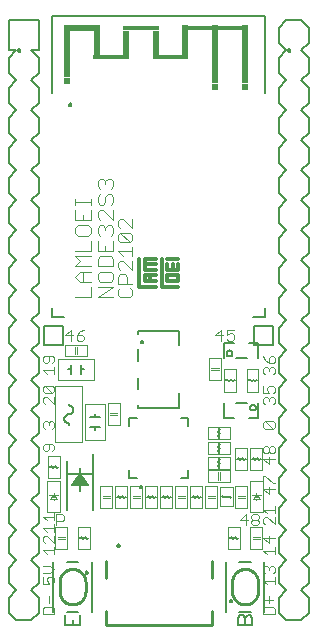
<source format=gto>
G75*
%MOIN*%
%OFA0B0*%
%FSLAX25Y25*%
%IPPOS*%
%LPD*%
%AMOC8*
5,1,8,0,0,1.08239X$1,22.5*
%
%ADD10C,0.00300*%
%ADD11C,0.00400*%
%ADD12C,0.00700*%
%ADD13C,0.00787*%
%ADD14C,0.00800*%
%ADD15C,0.01000*%
%ADD16C,0.00500*%
%ADD17C,0.00100*%
%ADD18C,0.00394*%
%ADD19C,0.00600*%
%ADD20C,0.01200*%
%ADD21R,0.02117X0.17521*%
%ADD22R,0.11867X0.01867*%
%ADD23R,0.02062X0.09639*%
%ADD24R,0.11874X0.01831*%
%ADD25R,0.02025X0.09616*%
%ADD26R,0.11856X0.01752*%
%ADD27R,0.01978X0.09612*%
%ADD28R,0.11822X0.01704*%
%ADD29R,0.01923X0.09572*%
%ADD30R,0.21593X0.01805*%
%ADD31R,0.01867X0.19540*%
%ADD32R,0.01900X0.19531*%
%ADD33R,0.01878X0.01846*%
%ADD34R,0.01913X0.01851*%
%ADD35R,0.02056X0.01859*%
%ADD36R,0.01931X0.05650*%
D10*
X0015697Y0007209D02*
X0015697Y0009060D01*
X0016314Y0009677D01*
X0018783Y0009677D01*
X0019400Y0009060D01*
X0019400Y0007209D01*
X0015697Y0007209D01*
X0017548Y0010892D02*
X0017548Y0013361D01*
X0017548Y0017209D02*
X0015697Y0017209D01*
X0015697Y0019677D01*
X0015697Y0020892D02*
X0018166Y0020892D01*
X0019400Y0022126D01*
X0018166Y0023361D01*
X0015697Y0023361D01*
X0016931Y0027209D02*
X0015697Y0028443D01*
X0019400Y0028443D01*
X0019400Y0027209D02*
X0019400Y0029677D01*
X0019400Y0030892D02*
X0016931Y0033361D01*
X0016314Y0033361D01*
X0015697Y0032743D01*
X0015697Y0031509D01*
X0016314Y0030892D01*
X0019400Y0030892D02*
X0019400Y0033361D01*
X0019400Y0034709D02*
X0019400Y0037177D01*
X0020142Y0036825D02*
X0020142Y0040528D01*
X0021993Y0040528D01*
X0022611Y0039911D01*
X0022611Y0038677D01*
X0021993Y0038059D01*
X0020142Y0038059D01*
X0019400Y0038392D02*
X0019400Y0040861D01*
X0019400Y0039626D02*
X0015697Y0039626D01*
X0016931Y0038392D01*
X0015697Y0035943D02*
X0019400Y0035943D01*
X0016931Y0034709D02*
X0015697Y0035943D01*
X0017548Y0019677D02*
X0016931Y0019060D01*
X0016931Y0018443D01*
X0017548Y0017209D01*
X0018783Y0017209D02*
X0019400Y0017826D01*
X0019400Y0019060D01*
X0018783Y0019677D01*
X0017548Y0019677D01*
X0016931Y0061517D02*
X0017548Y0062134D01*
X0017548Y0063986D01*
X0016314Y0063986D02*
X0015697Y0063368D01*
X0015697Y0062134D01*
X0016314Y0061517D01*
X0016931Y0061517D01*
X0016314Y0063986D02*
X0018783Y0063986D01*
X0019400Y0063368D01*
X0019400Y0062134D01*
X0018783Y0061517D01*
X0018783Y0069017D02*
X0019400Y0069634D01*
X0019400Y0070868D01*
X0018783Y0071486D01*
X0018166Y0071486D01*
X0017548Y0070868D01*
X0017548Y0070251D01*
X0017548Y0070868D02*
X0016931Y0071486D01*
X0016314Y0071486D01*
X0015697Y0070868D01*
X0015697Y0069634D01*
X0016314Y0069017D01*
X0016314Y0077209D02*
X0015697Y0077826D01*
X0015697Y0079060D01*
X0016314Y0079677D01*
X0016931Y0079677D01*
X0019400Y0077209D01*
X0019400Y0079677D01*
X0018783Y0080892D02*
X0016314Y0083361D01*
X0018783Y0083361D01*
X0019400Y0082743D01*
X0019400Y0081509D01*
X0018783Y0080892D01*
X0016314Y0080892D01*
X0015697Y0081509D01*
X0015697Y0082743D01*
X0016314Y0083361D01*
X0016931Y0087209D02*
X0015697Y0088443D01*
X0019400Y0088443D01*
X0019400Y0087209D02*
X0019400Y0089677D01*
X0018783Y0090892D02*
X0019400Y0091509D01*
X0019400Y0092743D01*
X0018783Y0093361D01*
X0016314Y0093361D01*
X0015697Y0092743D01*
X0015697Y0091509D01*
X0016314Y0090892D01*
X0016931Y0090892D01*
X0017548Y0091509D01*
X0017548Y0093361D01*
X0023200Y0100177D02*
X0025669Y0100177D01*
X0026883Y0100177D02*
X0028735Y0100177D01*
X0029352Y0099559D01*
X0029352Y0098942D01*
X0028735Y0098325D01*
X0027500Y0098325D01*
X0026883Y0098942D01*
X0026883Y0100177D01*
X0028118Y0101411D01*
X0029352Y0102028D01*
X0025052Y0102028D02*
X0025052Y0098325D01*
X0023200Y0100177D02*
X0025052Y0102028D01*
X0073200Y0100177D02*
X0075669Y0100177D01*
X0076883Y0100177D02*
X0076883Y0102028D01*
X0079352Y0102028D01*
X0078735Y0100794D02*
X0079352Y0100177D01*
X0079352Y0098942D01*
X0078735Y0098325D01*
X0077500Y0098325D01*
X0076883Y0098942D01*
X0076883Y0100177D02*
X0078118Y0100794D01*
X0078735Y0100794D01*
X0075052Y0102028D02*
X0075052Y0098325D01*
X0073200Y0100177D02*
X0075052Y0102028D01*
X0089197Y0093227D02*
X0089814Y0091993D01*
X0091048Y0090758D01*
X0091048Y0092610D01*
X0091666Y0093227D01*
X0092283Y0093227D01*
X0092900Y0092610D01*
X0092900Y0091375D01*
X0092283Y0090758D01*
X0091048Y0090758D01*
X0090431Y0089544D02*
X0089814Y0089544D01*
X0089197Y0088927D01*
X0089197Y0087692D01*
X0089814Y0087075D01*
X0091048Y0088309D02*
X0091048Y0088927D01*
X0091666Y0089544D01*
X0092283Y0089544D01*
X0092900Y0088927D01*
X0092900Y0087692D01*
X0092283Y0087075D01*
X0091048Y0088927D02*
X0090431Y0089544D01*
X0091048Y0083227D02*
X0092283Y0083227D01*
X0092900Y0082610D01*
X0092900Y0081375D01*
X0092283Y0080758D01*
X0092283Y0079544D02*
X0092900Y0078927D01*
X0092900Y0077692D01*
X0092283Y0077075D01*
X0091048Y0078309D02*
X0091048Y0078927D01*
X0091666Y0079544D01*
X0092283Y0079544D01*
X0091048Y0078927D02*
X0090431Y0079544D01*
X0089814Y0079544D01*
X0089197Y0078927D01*
X0089197Y0077692D01*
X0089814Y0077075D01*
X0089197Y0080758D02*
X0091048Y0080758D01*
X0090431Y0081993D01*
X0090431Y0082610D01*
X0091048Y0083227D01*
X0089197Y0083227D02*
X0089197Y0080758D01*
X0089814Y0071419D02*
X0092283Y0068950D01*
X0092900Y0069567D01*
X0092900Y0070802D01*
X0092283Y0071419D01*
X0089814Y0071419D01*
X0089197Y0070802D01*
X0089197Y0069567D01*
X0089814Y0068950D01*
X0092283Y0068950D01*
X0092283Y0063227D02*
X0092900Y0062610D01*
X0092900Y0061375D01*
X0092283Y0060758D01*
X0091666Y0060758D01*
X0091048Y0061375D01*
X0091048Y0062610D01*
X0091666Y0063227D01*
X0092283Y0063227D01*
X0091048Y0062610D02*
X0090431Y0063227D01*
X0089814Y0063227D01*
X0089197Y0062610D01*
X0089197Y0061375D01*
X0089814Y0060758D01*
X0090431Y0060758D01*
X0091048Y0061375D01*
X0091048Y0059544D02*
X0091048Y0057075D01*
X0089197Y0058927D01*
X0092900Y0058927D01*
X0089814Y0053227D02*
X0092283Y0050758D01*
X0092900Y0050758D01*
X0092900Y0048927D02*
X0089197Y0048927D01*
X0091048Y0047075D01*
X0091048Y0049544D01*
X0089197Y0050758D02*
X0089197Y0053227D01*
X0089814Y0053227D01*
X0092900Y0043227D02*
X0092900Y0040758D01*
X0092900Y0039544D02*
X0092900Y0037075D01*
X0090431Y0039544D01*
X0089814Y0039544D01*
X0089197Y0038927D01*
X0089197Y0037692D01*
X0089814Y0037075D01*
X0087611Y0037442D02*
X0086993Y0036825D01*
X0085759Y0036825D01*
X0085142Y0037442D01*
X0085142Y0038059D01*
X0085759Y0038677D01*
X0086993Y0038677D01*
X0087611Y0038059D01*
X0087611Y0037442D01*
X0086993Y0038677D02*
X0087611Y0039294D01*
X0087611Y0039911D01*
X0086993Y0040528D01*
X0085759Y0040528D01*
X0085142Y0039911D01*
X0085142Y0039294D01*
X0085759Y0038677D01*
X0083927Y0038677D02*
X0081459Y0038677D01*
X0083310Y0040528D01*
X0083310Y0036825D01*
X0089197Y0032610D02*
X0091048Y0030758D01*
X0091048Y0033227D01*
X0089197Y0032610D02*
X0092900Y0032610D01*
X0092900Y0029544D02*
X0092900Y0027075D01*
X0092900Y0028309D02*
X0089197Y0028309D01*
X0090431Y0027075D01*
X0090431Y0023227D02*
X0089814Y0023227D01*
X0089197Y0022610D01*
X0089197Y0021375D01*
X0089814Y0020758D01*
X0091048Y0021993D02*
X0091048Y0022610D01*
X0091666Y0023227D01*
X0092283Y0023227D01*
X0092900Y0022610D01*
X0092900Y0021375D01*
X0092283Y0020758D01*
X0092900Y0019544D02*
X0092900Y0017075D01*
X0092900Y0018309D02*
X0089197Y0018309D01*
X0090431Y0017075D01*
X0091048Y0013227D02*
X0091048Y0010758D01*
X0089814Y0009544D02*
X0089197Y0008927D01*
X0089197Y0007075D01*
X0092900Y0007075D01*
X0092900Y0008927D01*
X0092283Y0009544D01*
X0089814Y0009544D01*
X0089814Y0011993D02*
X0092283Y0011993D01*
X0091048Y0022610D02*
X0090431Y0023227D01*
X0090431Y0040758D02*
X0089197Y0041993D01*
X0092900Y0041993D01*
D11*
X0044583Y0112750D02*
X0045350Y0113517D01*
X0045350Y0115052D01*
X0044583Y0115819D01*
X0045350Y0117354D02*
X0040746Y0117354D01*
X0040746Y0119656D01*
X0041513Y0120423D01*
X0043048Y0120423D01*
X0043815Y0119656D01*
X0043815Y0117354D01*
X0041513Y0115819D02*
X0040746Y0115052D01*
X0040746Y0113517D01*
X0041513Y0112750D01*
X0044583Y0112750D01*
X0039100Y0112750D02*
X0033896Y0112750D01*
X0039100Y0116220D01*
X0033896Y0116220D01*
X0034763Y0117906D02*
X0033896Y0118774D01*
X0033896Y0120509D01*
X0034763Y0121376D01*
X0038233Y0121376D01*
X0039100Y0120509D01*
X0039100Y0118774D01*
X0038233Y0117906D01*
X0034763Y0117906D01*
X0033896Y0123063D02*
X0033896Y0125665D01*
X0034763Y0126532D01*
X0038233Y0126532D01*
X0039100Y0125665D01*
X0039100Y0123063D01*
X0033896Y0123063D01*
X0031600Y0123063D02*
X0026396Y0123063D01*
X0028130Y0124798D01*
X0026396Y0126532D01*
X0031600Y0126532D01*
X0031600Y0128219D02*
X0031600Y0131689D01*
X0030733Y0133376D02*
X0031600Y0134243D01*
X0031600Y0135978D01*
X0030733Y0136845D01*
X0027263Y0136845D01*
X0026396Y0135978D01*
X0026396Y0134243D01*
X0027263Y0133376D01*
X0030733Y0133376D01*
X0031600Y0138532D02*
X0031600Y0142002D01*
X0031600Y0143688D02*
X0031600Y0145423D01*
X0031600Y0144556D02*
X0026396Y0144556D01*
X0026396Y0145423D02*
X0026396Y0143688D01*
X0026396Y0142002D02*
X0026396Y0138532D01*
X0031600Y0138532D01*
X0033896Y0139399D02*
X0033896Y0141134D01*
X0034763Y0142002D01*
X0035630Y0142002D01*
X0039100Y0138532D01*
X0039100Y0142002D01*
X0038233Y0143688D02*
X0039100Y0144556D01*
X0039100Y0146291D01*
X0038233Y0147158D01*
X0037365Y0147158D01*
X0036498Y0146291D01*
X0036498Y0144556D01*
X0035630Y0143688D01*
X0034763Y0143688D01*
X0033896Y0144556D01*
X0033896Y0146291D01*
X0034763Y0147158D01*
X0034763Y0148845D02*
X0033896Y0149712D01*
X0033896Y0151447D01*
X0034763Y0152314D01*
X0035630Y0152314D01*
X0036498Y0151447D01*
X0037365Y0152314D01*
X0038233Y0152314D01*
X0039100Y0151447D01*
X0039100Y0149712D01*
X0038233Y0148845D01*
X0036498Y0150580D02*
X0036498Y0151447D01*
X0033896Y0139399D02*
X0034763Y0138532D01*
X0034763Y0136845D02*
X0035630Y0136845D01*
X0036498Y0135978D01*
X0037365Y0136845D01*
X0038233Y0136845D01*
X0039100Y0135978D01*
X0039100Y0134243D01*
X0038233Y0133376D01*
X0039100Y0131689D02*
X0039100Y0128219D01*
X0033896Y0128219D01*
X0033896Y0131689D01*
X0034763Y0133376D02*
X0033896Y0134243D01*
X0033896Y0135978D01*
X0034763Y0136845D01*
X0036498Y0135978D02*
X0036498Y0135110D01*
X0036498Y0129954D02*
X0036498Y0128219D01*
X0040746Y0128096D02*
X0045350Y0128096D01*
X0045350Y0126562D02*
X0045350Y0129631D01*
X0044583Y0131166D02*
X0041513Y0134235D01*
X0044583Y0134235D01*
X0045350Y0133468D01*
X0045350Y0131933D01*
X0044583Y0131166D01*
X0041513Y0131166D01*
X0040746Y0131933D01*
X0040746Y0133468D01*
X0041513Y0134235D01*
X0041513Y0135770D02*
X0040746Y0136537D01*
X0040746Y0138072D01*
X0041513Y0138839D01*
X0042281Y0138839D01*
X0045350Y0135770D01*
X0045350Y0138839D01*
X0040746Y0128096D02*
X0042281Y0126562D01*
X0042281Y0125027D02*
X0041513Y0125027D01*
X0040746Y0124260D01*
X0040746Y0122725D01*
X0041513Y0121958D01*
X0042281Y0125027D02*
X0045350Y0121958D01*
X0045350Y0125027D01*
X0031600Y0128219D02*
X0026396Y0128219D01*
X0028130Y0121376D02*
X0031600Y0121376D01*
X0031600Y0117906D02*
X0028130Y0117906D01*
X0026396Y0119641D01*
X0028130Y0121376D01*
X0028998Y0121376D02*
X0028998Y0117906D01*
X0031600Y0116220D02*
X0031600Y0112750D01*
X0026396Y0112750D01*
X0028998Y0138532D02*
X0028998Y0140267D01*
D12*
X0028012Y0006794D02*
X0028012Y0003525D01*
X0023108Y0003525D01*
X0023108Y0006794D01*
X0025560Y0005160D02*
X0025560Y0003525D01*
X0080608Y0003525D02*
X0080608Y0005977D01*
X0081426Y0006794D01*
X0082243Y0006794D01*
X0083060Y0005977D01*
X0083060Y0003525D01*
X0083060Y0005977D02*
X0083878Y0006794D01*
X0084695Y0006794D01*
X0085513Y0005977D01*
X0085513Y0003525D01*
X0080608Y0003525D01*
D13*
X0077932Y0011576D02*
X0077934Y0011615D01*
X0077940Y0011654D01*
X0077950Y0011692D01*
X0077963Y0011729D01*
X0077980Y0011764D01*
X0078000Y0011798D01*
X0078024Y0011829D01*
X0078051Y0011858D01*
X0078080Y0011884D01*
X0078112Y0011907D01*
X0078146Y0011927D01*
X0078182Y0011943D01*
X0078219Y0011955D01*
X0078258Y0011964D01*
X0078297Y0011969D01*
X0078336Y0011970D01*
X0078375Y0011967D01*
X0078414Y0011960D01*
X0078451Y0011949D01*
X0078488Y0011935D01*
X0078523Y0011917D01*
X0078556Y0011896D01*
X0078587Y0011871D01*
X0078615Y0011844D01*
X0078640Y0011814D01*
X0078662Y0011781D01*
X0078681Y0011747D01*
X0078696Y0011711D01*
X0078708Y0011673D01*
X0078716Y0011635D01*
X0078720Y0011596D01*
X0078720Y0011556D01*
X0078716Y0011517D01*
X0078708Y0011479D01*
X0078696Y0011441D01*
X0078681Y0011405D01*
X0078662Y0011371D01*
X0078640Y0011338D01*
X0078615Y0011308D01*
X0078587Y0011281D01*
X0078556Y0011256D01*
X0078523Y0011235D01*
X0078488Y0011217D01*
X0078451Y0011203D01*
X0078414Y0011192D01*
X0078375Y0011185D01*
X0078336Y0011182D01*
X0078297Y0011183D01*
X0078258Y0011188D01*
X0078219Y0011197D01*
X0078182Y0011209D01*
X0078146Y0011225D01*
X0078112Y0011245D01*
X0078080Y0011268D01*
X0078051Y0011294D01*
X0078024Y0011323D01*
X0078000Y0011354D01*
X0077980Y0011388D01*
X0077963Y0011423D01*
X0077950Y0011460D01*
X0077940Y0011498D01*
X0077934Y0011537D01*
X0077932Y0011576D01*
X0048000Y0049558D02*
X0048002Y0049597D01*
X0048008Y0049636D01*
X0048018Y0049674D01*
X0048031Y0049711D01*
X0048048Y0049746D01*
X0048068Y0049780D01*
X0048092Y0049811D01*
X0048119Y0049840D01*
X0048148Y0049866D01*
X0048180Y0049889D01*
X0048214Y0049909D01*
X0048250Y0049925D01*
X0048287Y0049937D01*
X0048326Y0049946D01*
X0048365Y0049951D01*
X0048404Y0049952D01*
X0048443Y0049949D01*
X0048482Y0049942D01*
X0048519Y0049931D01*
X0048556Y0049917D01*
X0048591Y0049899D01*
X0048624Y0049878D01*
X0048655Y0049853D01*
X0048683Y0049826D01*
X0048708Y0049796D01*
X0048730Y0049763D01*
X0048749Y0049729D01*
X0048764Y0049693D01*
X0048776Y0049655D01*
X0048784Y0049617D01*
X0048788Y0049578D01*
X0048788Y0049538D01*
X0048784Y0049499D01*
X0048776Y0049461D01*
X0048764Y0049423D01*
X0048749Y0049387D01*
X0048730Y0049353D01*
X0048708Y0049320D01*
X0048683Y0049290D01*
X0048655Y0049263D01*
X0048624Y0049238D01*
X0048591Y0049217D01*
X0048556Y0049199D01*
X0048519Y0049185D01*
X0048482Y0049174D01*
X0048443Y0049167D01*
X0048404Y0049164D01*
X0048365Y0049165D01*
X0048326Y0049170D01*
X0048287Y0049179D01*
X0048250Y0049191D01*
X0048214Y0049207D01*
X0048180Y0049227D01*
X0048148Y0049250D01*
X0048119Y0049276D01*
X0048092Y0049305D01*
X0048068Y0049336D01*
X0048048Y0049370D01*
X0048031Y0049405D01*
X0048018Y0049442D01*
X0048008Y0049480D01*
X0048002Y0049519D01*
X0048000Y0049558D01*
X0040520Y0030050D02*
X0040522Y0030089D01*
X0040528Y0030128D01*
X0040538Y0030166D01*
X0040551Y0030203D01*
X0040568Y0030238D01*
X0040588Y0030272D01*
X0040612Y0030303D01*
X0040639Y0030332D01*
X0040668Y0030358D01*
X0040700Y0030381D01*
X0040734Y0030401D01*
X0040770Y0030417D01*
X0040807Y0030429D01*
X0040846Y0030438D01*
X0040885Y0030443D01*
X0040924Y0030444D01*
X0040963Y0030441D01*
X0041002Y0030434D01*
X0041039Y0030423D01*
X0041076Y0030409D01*
X0041111Y0030391D01*
X0041144Y0030370D01*
X0041175Y0030345D01*
X0041203Y0030318D01*
X0041228Y0030288D01*
X0041250Y0030255D01*
X0041269Y0030221D01*
X0041284Y0030185D01*
X0041296Y0030147D01*
X0041304Y0030109D01*
X0041308Y0030070D01*
X0041308Y0030030D01*
X0041304Y0029991D01*
X0041296Y0029953D01*
X0041284Y0029915D01*
X0041269Y0029879D01*
X0041250Y0029845D01*
X0041228Y0029812D01*
X0041203Y0029782D01*
X0041175Y0029755D01*
X0041144Y0029730D01*
X0041111Y0029709D01*
X0041076Y0029691D01*
X0041039Y0029677D01*
X0041002Y0029666D01*
X0040963Y0029659D01*
X0040924Y0029656D01*
X0040885Y0029657D01*
X0040846Y0029662D01*
X0040807Y0029671D01*
X0040770Y0029683D01*
X0040734Y0029699D01*
X0040700Y0029719D01*
X0040668Y0029742D01*
X0040639Y0029768D01*
X0040612Y0029797D01*
X0040588Y0029828D01*
X0040568Y0029862D01*
X0040551Y0029897D01*
X0040538Y0029934D01*
X0040528Y0029972D01*
X0040522Y0030011D01*
X0040520Y0030050D01*
X0029880Y0021024D02*
X0029882Y0021063D01*
X0029888Y0021102D01*
X0029898Y0021140D01*
X0029911Y0021177D01*
X0029928Y0021212D01*
X0029948Y0021246D01*
X0029972Y0021277D01*
X0029999Y0021306D01*
X0030028Y0021332D01*
X0030060Y0021355D01*
X0030094Y0021375D01*
X0030130Y0021391D01*
X0030167Y0021403D01*
X0030206Y0021412D01*
X0030245Y0021417D01*
X0030284Y0021418D01*
X0030323Y0021415D01*
X0030362Y0021408D01*
X0030399Y0021397D01*
X0030436Y0021383D01*
X0030471Y0021365D01*
X0030504Y0021344D01*
X0030535Y0021319D01*
X0030563Y0021292D01*
X0030588Y0021262D01*
X0030610Y0021229D01*
X0030629Y0021195D01*
X0030644Y0021159D01*
X0030656Y0021121D01*
X0030664Y0021083D01*
X0030668Y0021044D01*
X0030668Y0021004D01*
X0030664Y0020965D01*
X0030656Y0020927D01*
X0030644Y0020889D01*
X0030629Y0020853D01*
X0030610Y0020819D01*
X0030588Y0020786D01*
X0030563Y0020756D01*
X0030535Y0020729D01*
X0030504Y0020704D01*
X0030471Y0020683D01*
X0030436Y0020665D01*
X0030399Y0020651D01*
X0030362Y0020640D01*
X0030323Y0020633D01*
X0030284Y0020630D01*
X0030245Y0020631D01*
X0030206Y0020636D01*
X0030167Y0020645D01*
X0030130Y0020657D01*
X0030094Y0020673D01*
X0030060Y0020693D01*
X0030028Y0020716D01*
X0029999Y0020742D01*
X0029972Y0020771D01*
X0029948Y0020802D01*
X0029928Y0020836D01*
X0029911Y0020871D01*
X0029898Y0020908D01*
X0029888Y0020946D01*
X0029882Y0020985D01*
X0029880Y0021024D01*
X0048296Y0097855D02*
X0048298Y0097894D01*
X0048304Y0097933D01*
X0048314Y0097971D01*
X0048327Y0098008D01*
X0048344Y0098043D01*
X0048364Y0098077D01*
X0048388Y0098108D01*
X0048415Y0098137D01*
X0048444Y0098163D01*
X0048476Y0098186D01*
X0048510Y0098206D01*
X0048546Y0098222D01*
X0048583Y0098234D01*
X0048622Y0098243D01*
X0048661Y0098248D01*
X0048700Y0098249D01*
X0048739Y0098246D01*
X0048778Y0098239D01*
X0048815Y0098228D01*
X0048852Y0098214D01*
X0048887Y0098196D01*
X0048920Y0098175D01*
X0048951Y0098150D01*
X0048979Y0098123D01*
X0049004Y0098093D01*
X0049026Y0098060D01*
X0049045Y0098026D01*
X0049060Y0097990D01*
X0049072Y0097952D01*
X0049080Y0097914D01*
X0049084Y0097875D01*
X0049084Y0097835D01*
X0049080Y0097796D01*
X0049072Y0097758D01*
X0049060Y0097720D01*
X0049045Y0097684D01*
X0049026Y0097650D01*
X0049004Y0097617D01*
X0048979Y0097587D01*
X0048951Y0097560D01*
X0048920Y0097535D01*
X0048887Y0097514D01*
X0048852Y0097496D01*
X0048815Y0097482D01*
X0048778Y0097471D01*
X0048739Y0097464D01*
X0048700Y0097461D01*
X0048661Y0097462D01*
X0048622Y0097467D01*
X0048583Y0097476D01*
X0048546Y0097488D01*
X0048510Y0097504D01*
X0048476Y0097524D01*
X0048444Y0097547D01*
X0048415Y0097573D01*
X0048388Y0097602D01*
X0048364Y0097633D01*
X0048344Y0097667D01*
X0048327Y0097702D01*
X0048314Y0097739D01*
X0048304Y0097777D01*
X0048298Y0097816D01*
X0048296Y0097855D01*
X0024378Y0177009D02*
X0024380Y0177048D01*
X0024386Y0177087D01*
X0024396Y0177125D01*
X0024409Y0177162D01*
X0024426Y0177197D01*
X0024446Y0177231D01*
X0024470Y0177262D01*
X0024497Y0177291D01*
X0024526Y0177317D01*
X0024558Y0177340D01*
X0024592Y0177360D01*
X0024628Y0177376D01*
X0024665Y0177388D01*
X0024704Y0177397D01*
X0024743Y0177402D01*
X0024782Y0177403D01*
X0024821Y0177400D01*
X0024860Y0177393D01*
X0024897Y0177382D01*
X0024934Y0177368D01*
X0024969Y0177350D01*
X0025002Y0177329D01*
X0025033Y0177304D01*
X0025061Y0177277D01*
X0025086Y0177247D01*
X0025108Y0177214D01*
X0025127Y0177180D01*
X0025142Y0177144D01*
X0025154Y0177106D01*
X0025162Y0177068D01*
X0025166Y0177029D01*
X0025166Y0176989D01*
X0025162Y0176950D01*
X0025154Y0176912D01*
X0025142Y0176874D01*
X0025127Y0176838D01*
X0025108Y0176804D01*
X0025086Y0176771D01*
X0025061Y0176741D01*
X0025033Y0176714D01*
X0025002Y0176689D01*
X0024969Y0176668D01*
X0024934Y0176650D01*
X0024897Y0176636D01*
X0024860Y0176625D01*
X0024821Y0176618D01*
X0024782Y0176615D01*
X0024743Y0176616D01*
X0024704Y0176621D01*
X0024665Y0176630D01*
X0024628Y0176642D01*
X0024592Y0176658D01*
X0024558Y0176678D01*
X0024526Y0176701D01*
X0024497Y0176727D01*
X0024470Y0176756D01*
X0024446Y0176787D01*
X0024426Y0176821D01*
X0024409Y0176856D01*
X0024396Y0176893D01*
X0024386Y0176931D01*
X0024380Y0176970D01*
X0024378Y0177009D01*
X0007343Y0195050D02*
X0007345Y0195089D01*
X0007351Y0195128D01*
X0007361Y0195166D01*
X0007374Y0195203D01*
X0007391Y0195238D01*
X0007411Y0195272D01*
X0007435Y0195303D01*
X0007462Y0195332D01*
X0007491Y0195358D01*
X0007523Y0195381D01*
X0007557Y0195401D01*
X0007593Y0195417D01*
X0007630Y0195429D01*
X0007669Y0195438D01*
X0007708Y0195443D01*
X0007747Y0195444D01*
X0007786Y0195441D01*
X0007825Y0195434D01*
X0007862Y0195423D01*
X0007899Y0195409D01*
X0007934Y0195391D01*
X0007967Y0195370D01*
X0007998Y0195345D01*
X0008026Y0195318D01*
X0008051Y0195288D01*
X0008073Y0195255D01*
X0008092Y0195221D01*
X0008107Y0195185D01*
X0008119Y0195147D01*
X0008127Y0195109D01*
X0008131Y0195070D01*
X0008131Y0195030D01*
X0008127Y0194991D01*
X0008119Y0194953D01*
X0008107Y0194915D01*
X0008092Y0194879D01*
X0008073Y0194845D01*
X0008051Y0194812D01*
X0008026Y0194782D01*
X0007998Y0194755D01*
X0007967Y0194730D01*
X0007934Y0194709D01*
X0007899Y0194691D01*
X0007862Y0194677D01*
X0007825Y0194666D01*
X0007786Y0194659D01*
X0007747Y0194656D01*
X0007708Y0194657D01*
X0007669Y0194662D01*
X0007630Y0194671D01*
X0007593Y0194683D01*
X0007557Y0194699D01*
X0007523Y0194719D01*
X0007491Y0194742D01*
X0007462Y0194768D01*
X0007435Y0194797D01*
X0007411Y0194828D01*
X0007391Y0194862D01*
X0007374Y0194897D01*
X0007361Y0194934D01*
X0007351Y0194972D01*
X0007345Y0195011D01*
X0007343Y0195050D01*
X0097343Y0195050D02*
X0097345Y0195089D01*
X0097351Y0195128D01*
X0097361Y0195166D01*
X0097374Y0195203D01*
X0097391Y0195238D01*
X0097411Y0195272D01*
X0097435Y0195303D01*
X0097462Y0195332D01*
X0097491Y0195358D01*
X0097523Y0195381D01*
X0097557Y0195401D01*
X0097593Y0195417D01*
X0097630Y0195429D01*
X0097669Y0195438D01*
X0097708Y0195443D01*
X0097747Y0195444D01*
X0097786Y0195441D01*
X0097825Y0195434D01*
X0097862Y0195423D01*
X0097899Y0195409D01*
X0097934Y0195391D01*
X0097967Y0195370D01*
X0097998Y0195345D01*
X0098026Y0195318D01*
X0098051Y0195288D01*
X0098073Y0195255D01*
X0098092Y0195221D01*
X0098107Y0195185D01*
X0098119Y0195147D01*
X0098127Y0195109D01*
X0098131Y0195070D01*
X0098131Y0195030D01*
X0098127Y0194991D01*
X0098119Y0194953D01*
X0098107Y0194915D01*
X0098092Y0194879D01*
X0098073Y0194845D01*
X0098051Y0194812D01*
X0098026Y0194782D01*
X0097998Y0194755D01*
X0097967Y0194730D01*
X0097934Y0194709D01*
X0097899Y0194691D01*
X0097862Y0194677D01*
X0097825Y0194666D01*
X0097786Y0194659D01*
X0097747Y0194656D01*
X0097708Y0194657D01*
X0097669Y0194662D01*
X0097630Y0194671D01*
X0097593Y0194683D01*
X0097557Y0194699D01*
X0097523Y0194719D01*
X0097491Y0194742D01*
X0097462Y0194768D01*
X0097435Y0194797D01*
X0097411Y0194828D01*
X0097391Y0194862D01*
X0097374Y0194897D01*
X0097361Y0194934D01*
X0097351Y0194972D01*
X0097345Y0195011D01*
X0097343Y0195050D01*
D14*
X0004300Y0007550D02*
X0006800Y0005050D01*
X0011800Y0005050D01*
X0014300Y0007550D01*
X0014300Y0012550D01*
X0011800Y0015050D01*
X0014300Y0017550D01*
X0014300Y0022550D01*
X0011800Y0025050D01*
X0014300Y0027550D01*
X0014300Y0032550D01*
X0011800Y0035050D01*
X0014300Y0037550D01*
X0014300Y0042550D01*
X0011800Y0045050D01*
X0014300Y0047550D01*
X0014300Y0052550D01*
X0011800Y0055050D01*
X0014300Y0057550D01*
X0014300Y0062550D01*
X0011800Y0065050D01*
X0014300Y0067550D01*
X0014300Y0072550D01*
X0011800Y0075050D01*
X0014300Y0077550D01*
X0014300Y0082550D01*
X0011800Y0085050D01*
X0014300Y0087550D01*
X0014300Y0092550D01*
X0011800Y0095050D01*
X0014300Y0097550D01*
X0014300Y0102550D01*
X0011800Y0105050D01*
X0014300Y0107550D01*
X0014300Y0112550D01*
X0011800Y0115050D01*
X0014300Y0117550D01*
X0014300Y0122550D01*
X0011800Y0125050D01*
X0014300Y0127550D01*
X0014300Y0132550D01*
X0011800Y0135050D01*
X0014300Y0137550D01*
X0014300Y0142550D01*
X0011800Y0145050D01*
X0014300Y0147550D01*
X0014300Y0152550D01*
X0011800Y0155050D01*
X0014300Y0157550D01*
X0014300Y0162550D01*
X0011800Y0165050D01*
X0014300Y0167550D01*
X0014300Y0172550D01*
X0011800Y0175050D01*
X0014300Y0177550D01*
X0014300Y0182550D01*
X0011800Y0185050D01*
X0014300Y0187550D01*
X0014300Y0192550D01*
X0011800Y0195050D01*
X0014300Y0195050D01*
X0014300Y0205050D01*
X0011800Y0205050D01*
X0006800Y0205050D01*
X0004300Y0205050D01*
X0004300Y0195050D01*
X0006800Y0195050D01*
X0004300Y0192550D01*
X0004300Y0187550D01*
X0006800Y0185050D01*
X0004300Y0182550D01*
X0004300Y0177550D01*
X0006800Y0175050D01*
X0004300Y0172550D01*
X0004300Y0167550D01*
X0006800Y0165050D01*
X0004300Y0162550D01*
X0004300Y0157550D01*
X0006800Y0155050D01*
X0004300Y0152550D01*
X0004300Y0147550D01*
X0006800Y0145050D01*
X0004300Y0142550D01*
X0004300Y0137550D01*
X0006800Y0135050D01*
X0004300Y0132550D01*
X0004300Y0127550D01*
X0006800Y0125050D01*
X0004300Y0122550D01*
X0004300Y0117550D01*
X0006800Y0115050D01*
X0004300Y0112550D01*
X0004300Y0107550D01*
X0006800Y0105050D01*
X0004300Y0102550D01*
X0004300Y0097550D01*
X0006800Y0095050D01*
X0004300Y0092550D01*
X0004300Y0087550D01*
X0006800Y0085050D01*
X0004300Y0082550D01*
X0004300Y0077550D01*
X0006800Y0075050D01*
X0004300Y0072550D01*
X0004300Y0067550D01*
X0006800Y0065050D01*
X0004300Y0062550D01*
X0004300Y0057550D01*
X0006800Y0055050D01*
X0004300Y0052550D01*
X0004300Y0047550D01*
X0006800Y0045050D01*
X0004300Y0042550D01*
X0004300Y0037550D01*
X0006800Y0035050D01*
X0004300Y0032550D01*
X0004300Y0027550D01*
X0006800Y0025050D01*
X0004300Y0022550D01*
X0004300Y0017550D01*
X0006800Y0015050D01*
X0004300Y0012550D01*
X0004300Y0007550D01*
X0094300Y0007550D02*
X0096800Y0005050D01*
X0101800Y0005050D01*
X0104300Y0007550D01*
X0104300Y0012550D01*
X0101800Y0015050D01*
X0104300Y0017550D01*
X0104300Y0022550D01*
X0101800Y0025050D01*
X0104300Y0027550D01*
X0104300Y0032550D01*
X0101800Y0035050D01*
X0104300Y0037550D01*
X0104300Y0042550D01*
X0101800Y0045050D01*
X0104300Y0047550D01*
X0104300Y0052550D01*
X0101800Y0055050D01*
X0104300Y0057550D01*
X0104300Y0062550D01*
X0101800Y0065050D01*
X0104300Y0067550D01*
X0104300Y0072550D01*
X0101800Y0075050D01*
X0104300Y0077550D01*
X0104300Y0082550D01*
X0101800Y0085050D01*
X0104300Y0087550D01*
X0104300Y0092550D01*
X0101800Y0095050D01*
X0104300Y0097550D01*
X0104300Y0102550D01*
X0101800Y0105050D01*
X0104300Y0107550D01*
X0104300Y0112550D01*
X0101800Y0115050D01*
X0104300Y0117550D01*
X0104300Y0122550D01*
X0101800Y0125050D01*
X0104300Y0127550D01*
X0104300Y0132550D01*
X0101800Y0135050D01*
X0104300Y0137550D01*
X0104300Y0142550D01*
X0101800Y0145050D01*
X0104300Y0147550D01*
X0104300Y0152550D01*
X0101800Y0155050D01*
X0104300Y0157550D01*
X0104300Y0162550D01*
X0101800Y0165050D01*
X0104300Y0167550D01*
X0104300Y0172550D01*
X0101800Y0175050D01*
X0104300Y0177550D01*
X0104300Y0182550D01*
X0101800Y0185050D01*
X0104300Y0187550D01*
X0104300Y0192550D01*
X0101800Y0195050D01*
X0104300Y0197550D01*
X0104300Y0202550D01*
X0101800Y0205050D01*
X0096800Y0205050D01*
X0094300Y0202550D01*
X0094300Y0197550D01*
X0096800Y0195050D01*
X0094300Y0192550D01*
X0094300Y0187550D01*
X0096800Y0185050D01*
X0094300Y0182550D01*
X0094300Y0177550D01*
X0096800Y0175050D01*
X0094300Y0172550D01*
X0094300Y0167550D01*
X0096800Y0165050D01*
X0094300Y0162550D01*
X0094300Y0157550D01*
X0096800Y0155050D01*
X0094300Y0152550D01*
X0094300Y0147550D01*
X0096800Y0145050D01*
X0094300Y0142550D01*
X0094300Y0137550D01*
X0096800Y0135050D01*
X0094300Y0132550D01*
X0094300Y0127550D01*
X0096800Y0125050D01*
X0094300Y0122550D01*
X0094300Y0117550D01*
X0096800Y0115050D01*
X0094300Y0112550D01*
X0094300Y0107550D01*
X0096800Y0105050D01*
X0094300Y0102550D01*
X0094300Y0097550D01*
X0096800Y0095050D01*
X0094300Y0092550D01*
X0094300Y0087550D01*
X0096800Y0085050D01*
X0094300Y0082550D01*
X0094300Y0077550D01*
X0096800Y0075050D01*
X0094300Y0072550D01*
X0094300Y0067550D01*
X0096800Y0065050D01*
X0094300Y0062550D01*
X0094300Y0057550D01*
X0096800Y0055050D01*
X0094300Y0052550D01*
X0094300Y0047550D01*
X0096800Y0045050D01*
X0094300Y0042550D01*
X0094300Y0037550D01*
X0096800Y0035050D01*
X0094300Y0032550D01*
X0094300Y0027550D01*
X0096800Y0025050D01*
X0094300Y0022550D01*
X0094300Y0017550D01*
X0096800Y0015050D01*
X0094300Y0012550D01*
X0094300Y0007550D01*
D15*
X0087381Y0014725D02*
X0087381Y0017875D01*
X0087379Y0018006D01*
X0087373Y0018136D01*
X0087363Y0018267D01*
X0087349Y0018397D01*
X0087332Y0018527D01*
X0087310Y0018656D01*
X0087285Y0018784D01*
X0087255Y0018911D01*
X0087222Y0019038D01*
X0087185Y0019163D01*
X0087144Y0019288D01*
X0087100Y0019411D01*
X0087051Y0019532D01*
X0086999Y0019652D01*
X0086944Y0019771D01*
X0086885Y0019888D01*
X0086822Y0020003D01*
X0086756Y0020116D01*
X0086687Y0020227D01*
X0086614Y0020335D01*
X0086538Y0020442D01*
X0086459Y0020546D01*
X0086377Y0020648D01*
X0086292Y0020747D01*
X0086204Y0020844D01*
X0086112Y0020937D01*
X0086019Y0021029D01*
X0085922Y0021117D01*
X0085823Y0021202D01*
X0085721Y0021284D01*
X0085617Y0021363D01*
X0085510Y0021439D01*
X0085402Y0021512D01*
X0085291Y0021581D01*
X0085178Y0021647D01*
X0085063Y0021710D01*
X0084946Y0021769D01*
X0084827Y0021824D01*
X0084707Y0021876D01*
X0084586Y0021925D01*
X0084463Y0021969D01*
X0084338Y0022010D01*
X0084213Y0022047D01*
X0084086Y0022080D01*
X0083959Y0022110D01*
X0083831Y0022135D01*
X0083702Y0022157D01*
X0083572Y0022174D01*
X0083442Y0022188D01*
X0083311Y0022198D01*
X0083181Y0022204D01*
X0083050Y0022206D01*
X0082919Y0022204D01*
X0082789Y0022198D01*
X0082658Y0022188D01*
X0082528Y0022174D01*
X0082398Y0022157D01*
X0082269Y0022135D01*
X0082141Y0022110D01*
X0082014Y0022080D01*
X0081887Y0022047D01*
X0081762Y0022010D01*
X0081637Y0021969D01*
X0081514Y0021925D01*
X0081393Y0021876D01*
X0081273Y0021824D01*
X0081154Y0021769D01*
X0081037Y0021710D01*
X0080922Y0021647D01*
X0080809Y0021581D01*
X0080698Y0021512D01*
X0080590Y0021439D01*
X0080483Y0021363D01*
X0080379Y0021284D01*
X0080277Y0021202D01*
X0080178Y0021117D01*
X0080081Y0021029D01*
X0079988Y0020937D01*
X0079896Y0020844D01*
X0079808Y0020747D01*
X0079723Y0020648D01*
X0079641Y0020546D01*
X0079562Y0020442D01*
X0079486Y0020335D01*
X0079413Y0020227D01*
X0079344Y0020116D01*
X0079278Y0020003D01*
X0079215Y0019888D01*
X0079156Y0019771D01*
X0079101Y0019652D01*
X0079049Y0019532D01*
X0079000Y0019411D01*
X0078956Y0019288D01*
X0078915Y0019163D01*
X0078878Y0019038D01*
X0078845Y0018911D01*
X0078815Y0018784D01*
X0078790Y0018656D01*
X0078768Y0018527D01*
X0078751Y0018397D01*
X0078737Y0018267D01*
X0078727Y0018136D01*
X0078721Y0018006D01*
X0078719Y0017875D01*
X0078719Y0014725D01*
X0083050Y0010394D02*
X0083181Y0010396D01*
X0083311Y0010402D01*
X0083442Y0010412D01*
X0083572Y0010426D01*
X0083702Y0010443D01*
X0083831Y0010465D01*
X0083959Y0010490D01*
X0084086Y0010520D01*
X0084213Y0010553D01*
X0084338Y0010590D01*
X0084463Y0010631D01*
X0084586Y0010675D01*
X0084707Y0010724D01*
X0084827Y0010776D01*
X0084946Y0010831D01*
X0085063Y0010890D01*
X0085178Y0010953D01*
X0085291Y0011019D01*
X0085402Y0011088D01*
X0085510Y0011161D01*
X0085617Y0011237D01*
X0085721Y0011316D01*
X0085823Y0011398D01*
X0085922Y0011483D01*
X0086019Y0011571D01*
X0086112Y0011663D01*
X0086204Y0011756D01*
X0086292Y0011853D01*
X0086377Y0011952D01*
X0086459Y0012054D01*
X0086538Y0012158D01*
X0086614Y0012265D01*
X0086687Y0012373D01*
X0086756Y0012484D01*
X0086822Y0012597D01*
X0086885Y0012712D01*
X0086944Y0012829D01*
X0086999Y0012948D01*
X0087051Y0013068D01*
X0087100Y0013189D01*
X0087144Y0013312D01*
X0087185Y0013437D01*
X0087222Y0013562D01*
X0087255Y0013689D01*
X0087285Y0013816D01*
X0087310Y0013944D01*
X0087332Y0014073D01*
X0087349Y0014203D01*
X0087363Y0014333D01*
X0087373Y0014464D01*
X0087379Y0014594D01*
X0087381Y0014725D01*
X0083050Y0010394D02*
X0082919Y0010396D01*
X0082789Y0010402D01*
X0082658Y0010412D01*
X0082528Y0010426D01*
X0082398Y0010443D01*
X0082269Y0010465D01*
X0082141Y0010490D01*
X0082014Y0010520D01*
X0081887Y0010553D01*
X0081762Y0010590D01*
X0081637Y0010631D01*
X0081514Y0010675D01*
X0081393Y0010724D01*
X0081273Y0010776D01*
X0081154Y0010831D01*
X0081037Y0010890D01*
X0080922Y0010953D01*
X0080809Y0011019D01*
X0080698Y0011088D01*
X0080590Y0011161D01*
X0080483Y0011237D01*
X0080379Y0011316D01*
X0080277Y0011398D01*
X0080178Y0011483D01*
X0080081Y0011571D01*
X0079988Y0011663D01*
X0079896Y0011756D01*
X0079808Y0011853D01*
X0079723Y0011952D01*
X0079641Y0012054D01*
X0079562Y0012158D01*
X0079486Y0012265D01*
X0079413Y0012373D01*
X0079344Y0012484D01*
X0079278Y0012597D01*
X0079215Y0012712D01*
X0079156Y0012829D01*
X0079101Y0012948D01*
X0079049Y0013068D01*
X0079000Y0013189D01*
X0078956Y0013312D01*
X0078915Y0013437D01*
X0078878Y0013562D01*
X0078845Y0013689D01*
X0078815Y0013816D01*
X0078790Y0013944D01*
X0078768Y0014073D01*
X0078751Y0014203D01*
X0078737Y0014333D01*
X0078727Y0014464D01*
X0078721Y0014594D01*
X0078719Y0014725D01*
X0071898Y0019105D02*
X0071898Y0024774D01*
X0071898Y0008318D02*
X0071898Y0003475D01*
X0036702Y0003475D01*
X0036702Y0008318D01*
X0029881Y0014725D02*
X0029881Y0017875D01*
X0025550Y0022206D02*
X0025419Y0022204D01*
X0025289Y0022198D01*
X0025158Y0022188D01*
X0025028Y0022174D01*
X0024898Y0022157D01*
X0024769Y0022135D01*
X0024641Y0022110D01*
X0024514Y0022080D01*
X0024387Y0022047D01*
X0024262Y0022010D01*
X0024137Y0021969D01*
X0024014Y0021925D01*
X0023893Y0021876D01*
X0023773Y0021824D01*
X0023654Y0021769D01*
X0023537Y0021710D01*
X0023422Y0021647D01*
X0023309Y0021581D01*
X0023198Y0021512D01*
X0023090Y0021439D01*
X0022983Y0021363D01*
X0022879Y0021284D01*
X0022777Y0021202D01*
X0022678Y0021117D01*
X0022581Y0021029D01*
X0022488Y0020937D01*
X0022396Y0020844D01*
X0022308Y0020747D01*
X0022223Y0020648D01*
X0022141Y0020546D01*
X0022062Y0020442D01*
X0021986Y0020335D01*
X0021913Y0020227D01*
X0021844Y0020116D01*
X0021778Y0020003D01*
X0021715Y0019888D01*
X0021656Y0019771D01*
X0021601Y0019652D01*
X0021549Y0019532D01*
X0021500Y0019411D01*
X0021456Y0019288D01*
X0021415Y0019163D01*
X0021378Y0019038D01*
X0021345Y0018911D01*
X0021315Y0018784D01*
X0021290Y0018656D01*
X0021268Y0018527D01*
X0021251Y0018397D01*
X0021237Y0018267D01*
X0021227Y0018136D01*
X0021221Y0018006D01*
X0021219Y0017875D01*
X0021219Y0014725D01*
X0021221Y0014594D01*
X0021227Y0014464D01*
X0021237Y0014333D01*
X0021251Y0014203D01*
X0021268Y0014073D01*
X0021290Y0013944D01*
X0021315Y0013816D01*
X0021345Y0013689D01*
X0021378Y0013562D01*
X0021415Y0013437D01*
X0021456Y0013312D01*
X0021500Y0013189D01*
X0021549Y0013068D01*
X0021601Y0012948D01*
X0021656Y0012829D01*
X0021715Y0012712D01*
X0021778Y0012597D01*
X0021844Y0012484D01*
X0021913Y0012373D01*
X0021986Y0012265D01*
X0022062Y0012158D01*
X0022141Y0012054D01*
X0022223Y0011952D01*
X0022308Y0011853D01*
X0022396Y0011756D01*
X0022488Y0011663D01*
X0022581Y0011571D01*
X0022678Y0011483D01*
X0022777Y0011398D01*
X0022879Y0011316D01*
X0022983Y0011237D01*
X0023090Y0011161D01*
X0023198Y0011088D01*
X0023309Y0011019D01*
X0023422Y0010953D01*
X0023537Y0010890D01*
X0023654Y0010831D01*
X0023773Y0010776D01*
X0023893Y0010724D01*
X0024014Y0010675D01*
X0024137Y0010631D01*
X0024262Y0010590D01*
X0024387Y0010553D01*
X0024514Y0010520D01*
X0024641Y0010490D01*
X0024769Y0010465D01*
X0024898Y0010443D01*
X0025028Y0010426D01*
X0025158Y0010412D01*
X0025289Y0010402D01*
X0025419Y0010396D01*
X0025550Y0010394D01*
X0025681Y0010396D01*
X0025811Y0010402D01*
X0025942Y0010412D01*
X0026072Y0010426D01*
X0026202Y0010443D01*
X0026331Y0010465D01*
X0026459Y0010490D01*
X0026586Y0010520D01*
X0026713Y0010553D01*
X0026838Y0010590D01*
X0026963Y0010631D01*
X0027086Y0010675D01*
X0027207Y0010724D01*
X0027327Y0010776D01*
X0027446Y0010831D01*
X0027563Y0010890D01*
X0027678Y0010953D01*
X0027791Y0011019D01*
X0027902Y0011088D01*
X0028010Y0011161D01*
X0028117Y0011237D01*
X0028221Y0011316D01*
X0028323Y0011398D01*
X0028422Y0011483D01*
X0028519Y0011571D01*
X0028612Y0011663D01*
X0028704Y0011756D01*
X0028792Y0011853D01*
X0028877Y0011952D01*
X0028959Y0012054D01*
X0029038Y0012158D01*
X0029114Y0012265D01*
X0029187Y0012373D01*
X0029256Y0012484D01*
X0029322Y0012597D01*
X0029385Y0012712D01*
X0029444Y0012829D01*
X0029499Y0012948D01*
X0029551Y0013068D01*
X0029600Y0013189D01*
X0029644Y0013312D01*
X0029685Y0013437D01*
X0029722Y0013562D01*
X0029755Y0013689D01*
X0029785Y0013816D01*
X0029810Y0013944D01*
X0029832Y0014073D01*
X0029849Y0014203D01*
X0029863Y0014333D01*
X0029873Y0014464D01*
X0029879Y0014594D01*
X0029881Y0014725D01*
X0029881Y0017875D02*
X0029879Y0018006D01*
X0029873Y0018136D01*
X0029863Y0018267D01*
X0029849Y0018397D01*
X0029832Y0018527D01*
X0029810Y0018656D01*
X0029785Y0018784D01*
X0029755Y0018911D01*
X0029722Y0019038D01*
X0029685Y0019163D01*
X0029644Y0019288D01*
X0029600Y0019411D01*
X0029551Y0019532D01*
X0029499Y0019652D01*
X0029444Y0019771D01*
X0029385Y0019888D01*
X0029322Y0020003D01*
X0029256Y0020116D01*
X0029187Y0020227D01*
X0029114Y0020335D01*
X0029038Y0020442D01*
X0028959Y0020546D01*
X0028877Y0020648D01*
X0028792Y0020747D01*
X0028704Y0020844D01*
X0028612Y0020937D01*
X0028519Y0021029D01*
X0028422Y0021117D01*
X0028323Y0021202D01*
X0028221Y0021284D01*
X0028117Y0021363D01*
X0028010Y0021439D01*
X0027902Y0021512D01*
X0027791Y0021581D01*
X0027678Y0021647D01*
X0027563Y0021710D01*
X0027446Y0021769D01*
X0027327Y0021824D01*
X0027207Y0021876D01*
X0027086Y0021925D01*
X0026963Y0021969D01*
X0026838Y0022010D01*
X0026713Y0022047D01*
X0026586Y0022080D01*
X0026459Y0022110D01*
X0026331Y0022135D01*
X0026202Y0022157D01*
X0026072Y0022174D01*
X0025942Y0022188D01*
X0025811Y0022198D01*
X0025681Y0022204D01*
X0025550Y0022206D01*
X0036702Y0024774D02*
X0036702Y0019105D01*
D16*
X0031948Y0024568D02*
X0031948Y0008032D01*
X0027519Y0008032D02*
X0023581Y0008032D01*
X0019152Y0008032D02*
X0019152Y0024568D01*
X0023581Y0024568D02*
X0027519Y0024568D01*
X0028987Y0032237D02*
X0029612Y0032863D01*
X0030237Y0032237D01*
X0030550Y0032550D01*
X0030862Y0032550D01*
X0028987Y0032237D02*
X0028362Y0032863D01*
X0028050Y0032550D01*
X0027737Y0032550D01*
X0023719Y0041782D02*
X0023719Y0058318D01*
X0020863Y0056300D02*
X0020550Y0056300D01*
X0020238Y0055987D01*
X0019613Y0056612D01*
X0018988Y0055987D01*
X0018363Y0056612D01*
X0018050Y0056300D01*
X0017738Y0056300D01*
X0024113Y0053987D02*
X0028050Y0053987D01*
X0028050Y0055956D01*
X0028050Y0053987D02*
X0030806Y0050050D01*
X0025294Y0050050D01*
X0028050Y0053987D01*
X0031987Y0053987D01*
X0029509Y0051903D02*
X0026591Y0051903D01*
X0026940Y0052401D02*
X0029160Y0052401D01*
X0028811Y0052900D02*
X0027289Y0052900D01*
X0027638Y0053398D02*
X0028462Y0053398D01*
X0028113Y0053897D02*
X0027987Y0053897D01*
X0026242Y0051404D02*
X0029858Y0051404D01*
X0030207Y0050906D02*
X0025893Y0050906D01*
X0025544Y0050407D02*
X0030556Y0050407D01*
X0028050Y0050050D02*
X0028050Y0048081D01*
X0032381Y0041782D02*
X0032381Y0060680D01*
X0024300Y0070308D02*
X0024300Y0070847D01*
X0024300Y0070848D02*
X0024225Y0070850D01*
X0024151Y0070856D01*
X0024076Y0070865D01*
X0024003Y0070878D01*
X0023930Y0070895D01*
X0023858Y0070916D01*
X0023787Y0070940D01*
X0023718Y0070968D01*
X0023650Y0070999D01*
X0023584Y0071033D01*
X0023519Y0071071D01*
X0023457Y0071113D01*
X0023397Y0071157D01*
X0023339Y0071204D01*
X0023283Y0071254D01*
X0023230Y0071307D01*
X0023180Y0071363D01*
X0023133Y0071421D01*
X0023089Y0071481D01*
X0023047Y0071543D01*
X0023009Y0071608D01*
X0022975Y0071674D01*
X0022944Y0071742D01*
X0022916Y0071811D01*
X0022892Y0071882D01*
X0022871Y0071954D01*
X0022854Y0072027D01*
X0022841Y0072100D01*
X0022832Y0072175D01*
X0022826Y0072249D01*
X0022824Y0072324D01*
X0022826Y0072399D01*
X0022832Y0072473D01*
X0022841Y0072548D01*
X0022854Y0072621D01*
X0022871Y0072694D01*
X0022892Y0072766D01*
X0022916Y0072837D01*
X0022944Y0072906D01*
X0022975Y0072974D01*
X0023009Y0073040D01*
X0023047Y0073105D01*
X0023089Y0073167D01*
X0023133Y0073227D01*
X0023180Y0073285D01*
X0023230Y0073341D01*
X0023283Y0073394D01*
X0023339Y0073444D01*
X0023397Y0073491D01*
X0023457Y0073535D01*
X0023519Y0073577D01*
X0023584Y0073615D01*
X0023650Y0073649D01*
X0023718Y0073680D01*
X0023787Y0073708D01*
X0023858Y0073732D01*
X0023930Y0073753D01*
X0024003Y0073770D01*
X0024076Y0073783D01*
X0024151Y0073792D01*
X0024225Y0073798D01*
X0024300Y0073800D01*
X0025776Y0075276D02*
X0025774Y0075351D01*
X0025768Y0075425D01*
X0025759Y0075500D01*
X0025746Y0075573D01*
X0025729Y0075646D01*
X0025708Y0075718D01*
X0025684Y0075789D01*
X0025656Y0075858D01*
X0025625Y0075926D01*
X0025591Y0075992D01*
X0025553Y0076057D01*
X0025511Y0076119D01*
X0025467Y0076179D01*
X0025420Y0076237D01*
X0025370Y0076293D01*
X0025317Y0076346D01*
X0025261Y0076396D01*
X0025203Y0076443D01*
X0025143Y0076487D01*
X0025081Y0076529D01*
X0025016Y0076567D01*
X0024950Y0076601D01*
X0024882Y0076632D01*
X0024813Y0076660D01*
X0024742Y0076684D01*
X0024670Y0076705D01*
X0024597Y0076722D01*
X0024524Y0076735D01*
X0024449Y0076744D01*
X0024375Y0076750D01*
X0024300Y0076752D01*
X0024300Y0076753D02*
X0024300Y0077292D01*
X0025776Y0075276D02*
X0025774Y0075201D01*
X0025768Y0075127D01*
X0025759Y0075052D01*
X0025746Y0074979D01*
X0025729Y0074906D01*
X0025708Y0074834D01*
X0025684Y0074763D01*
X0025656Y0074694D01*
X0025625Y0074626D01*
X0025591Y0074560D01*
X0025553Y0074495D01*
X0025511Y0074433D01*
X0025467Y0074373D01*
X0025420Y0074315D01*
X0025370Y0074259D01*
X0025317Y0074206D01*
X0025261Y0074156D01*
X0025203Y0074109D01*
X0025143Y0074065D01*
X0025081Y0074023D01*
X0025016Y0073985D01*
X0024950Y0073951D01*
X0024882Y0073920D01*
X0024813Y0073892D01*
X0024742Y0073868D01*
X0024670Y0073847D01*
X0024597Y0073830D01*
X0024524Y0073817D01*
X0024449Y0073808D01*
X0024375Y0073802D01*
X0024300Y0073800D01*
X0040238Y0046300D02*
X0040550Y0046300D01*
X0040863Y0046612D01*
X0041488Y0045987D01*
X0042113Y0046612D01*
X0042738Y0045987D01*
X0043050Y0046300D01*
X0043362Y0046300D01*
X0044457Y0052707D02*
X0047017Y0052707D01*
X0044457Y0052707D02*
X0044457Y0055267D01*
X0050237Y0046300D02*
X0050550Y0046300D01*
X0050862Y0046612D01*
X0051487Y0045987D01*
X0052112Y0046612D01*
X0052737Y0045987D01*
X0053050Y0046300D01*
X0053362Y0046300D01*
X0055237Y0046300D02*
X0055550Y0046300D01*
X0055862Y0046612D01*
X0056487Y0045987D01*
X0057112Y0046612D01*
X0057737Y0045987D01*
X0058050Y0046300D01*
X0058362Y0046300D01*
X0061583Y0052707D02*
X0064143Y0052707D01*
X0064143Y0055267D01*
X0065863Y0046612D02*
X0065550Y0046300D01*
X0065237Y0046300D01*
X0065863Y0046612D02*
X0066488Y0045987D01*
X0067113Y0046612D01*
X0067738Y0045987D01*
X0068050Y0046300D01*
X0068363Y0046300D01*
X0074300Y0055987D02*
X0074300Y0056300D01*
X0073988Y0056612D01*
X0074613Y0057237D01*
X0073988Y0057862D01*
X0074613Y0058487D01*
X0074300Y0058800D01*
X0074300Y0059112D01*
X0074300Y0060987D02*
X0074300Y0061300D01*
X0073988Y0061612D01*
X0074613Y0062237D01*
X0073988Y0062862D01*
X0074613Y0063487D01*
X0074300Y0063800D01*
X0074300Y0064112D01*
X0074300Y0065988D02*
X0074300Y0066300D01*
X0073988Y0066613D01*
X0074613Y0067238D01*
X0073988Y0067863D01*
X0074613Y0068488D01*
X0074300Y0068800D01*
X0074300Y0069113D01*
X0080238Y0058800D02*
X0080550Y0058800D01*
X0080863Y0059112D01*
X0081488Y0058487D01*
X0082113Y0059112D01*
X0082738Y0058487D01*
X0083050Y0058800D01*
X0083363Y0058800D01*
X0085238Y0058800D02*
X0085550Y0058800D01*
X0085863Y0059112D01*
X0086487Y0058487D01*
X0087112Y0059112D01*
X0087737Y0058487D01*
X0088050Y0058800D01*
X0088362Y0058800D01*
X0084753Y0076034D02*
X0084755Y0076096D01*
X0084761Y0076159D01*
X0084771Y0076220D01*
X0084785Y0076281D01*
X0084802Y0076341D01*
X0084823Y0076400D01*
X0084849Y0076457D01*
X0084877Y0076512D01*
X0084909Y0076566D01*
X0084945Y0076617D01*
X0084983Y0076667D01*
X0085025Y0076713D01*
X0085069Y0076757D01*
X0085117Y0076798D01*
X0085166Y0076836D01*
X0085218Y0076870D01*
X0085272Y0076901D01*
X0085328Y0076929D01*
X0085386Y0076953D01*
X0085445Y0076974D01*
X0085505Y0076990D01*
X0085566Y0077003D01*
X0085628Y0077012D01*
X0085690Y0077017D01*
X0085753Y0077018D01*
X0085815Y0077015D01*
X0085877Y0077008D01*
X0085939Y0076997D01*
X0085999Y0076982D01*
X0086059Y0076964D01*
X0086117Y0076942D01*
X0086174Y0076916D01*
X0086229Y0076886D01*
X0086282Y0076853D01*
X0086333Y0076817D01*
X0086381Y0076778D01*
X0086427Y0076735D01*
X0086470Y0076690D01*
X0086510Y0076642D01*
X0086547Y0076592D01*
X0086581Y0076539D01*
X0086612Y0076485D01*
X0086638Y0076429D01*
X0086662Y0076371D01*
X0086681Y0076311D01*
X0086697Y0076251D01*
X0086709Y0076189D01*
X0086717Y0076128D01*
X0086721Y0076065D01*
X0086721Y0076003D01*
X0086717Y0075940D01*
X0086709Y0075879D01*
X0086697Y0075817D01*
X0086681Y0075757D01*
X0086662Y0075697D01*
X0086638Y0075639D01*
X0086612Y0075583D01*
X0086581Y0075529D01*
X0086547Y0075476D01*
X0086510Y0075426D01*
X0086470Y0075378D01*
X0086427Y0075333D01*
X0086381Y0075290D01*
X0086333Y0075251D01*
X0086282Y0075215D01*
X0086229Y0075182D01*
X0086174Y0075152D01*
X0086117Y0075126D01*
X0086059Y0075104D01*
X0085999Y0075086D01*
X0085939Y0075071D01*
X0085877Y0075060D01*
X0085815Y0075053D01*
X0085753Y0075050D01*
X0085690Y0075051D01*
X0085628Y0075056D01*
X0085566Y0075065D01*
X0085505Y0075078D01*
X0085445Y0075094D01*
X0085386Y0075115D01*
X0085328Y0075139D01*
X0085272Y0075167D01*
X0085218Y0075198D01*
X0085166Y0075232D01*
X0085117Y0075270D01*
X0085069Y0075311D01*
X0085025Y0075355D01*
X0084983Y0075401D01*
X0084945Y0075451D01*
X0084909Y0075502D01*
X0084877Y0075556D01*
X0084849Y0075611D01*
X0084823Y0075668D01*
X0084802Y0075727D01*
X0084785Y0075787D01*
X0084771Y0075848D01*
X0084761Y0075909D01*
X0084755Y0075972D01*
X0084753Y0076034D01*
X0085238Y0084738D02*
X0084613Y0085363D01*
X0084300Y0085050D01*
X0083988Y0085050D01*
X0085238Y0084738D02*
X0085863Y0085363D01*
X0086487Y0084738D01*
X0086800Y0085050D01*
X0087112Y0085050D01*
X0079613Y0085050D02*
X0079300Y0085050D01*
X0078988Y0084738D01*
X0078363Y0085363D01*
X0077738Y0084738D01*
X0077113Y0085363D01*
X0076800Y0085050D01*
X0076488Y0085050D01*
X0076879Y0094066D02*
X0076881Y0094128D01*
X0076887Y0094191D01*
X0076897Y0094252D01*
X0076911Y0094313D01*
X0076928Y0094373D01*
X0076949Y0094432D01*
X0076975Y0094489D01*
X0077003Y0094544D01*
X0077035Y0094598D01*
X0077071Y0094649D01*
X0077109Y0094699D01*
X0077151Y0094745D01*
X0077195Y0094789D01*
X0077243Y0094830D01*
X0077292Y0094868D01*
X0077344Y0094902D01*
X0077398Y0094933D01*
X0077454Y0094961D01*
X0077512Y0094985D01*
X0077571Y0095006D01*
X0077631Y0095022D01*
X0077692Y0095035D01*
X0077754Y0095044D01*
X0077816Y0095049D01*
X0077879Y0095050D01*
X0077941Y0095047D01*
X0078003Y0095040D01*
X0078065Y0095029D01*
X0078125Y0095014D01*
X0078185Y0094996D01*
X0078243Y0094974D01*
X0078300Y0094948D01*
X0078355Y0094918D01*
X0078408Y0094885D01*
X0078459Y0094849D01*
X0078507Y0094810D01*
X0078553Y0094767D01*
X0078596Y0094722D01*
X0078636Y0094674D01*
X0078673Y0094624D01*
X0078707Y0094571D01*
X0078738Y0094517D01*
X0078764Y0094461D01*
X0078788Y0094403D01*
X0078807Y0094343D01*
X0078823Y0094283D01*
X0078835Y0094221D01*
X0078843Y0094160D01*
X0078847Y0094097D01*
X0078847Y0094035D01*
X0078843Y0093972D01*
X0078835Y0093911D01*
X0078823Y0093849D01*
X0078807Y0093789D01*
X0078788Y0093729D01*
X0078764Y0093671D01*
X0078738Y0093615D01*
X0078707Y0093561D01*
X0078673Y0093508D01*
X0078636Y0093458D01*
X0078596Y0093410D01*
X0078553Y0093365D01*
X0078507Y0093322D01*
X0078459Y0093283D01*
X0078408Y0093247D01*
X0078355Y0093214D01*
X0078300Y0093184D01*
X0078243Y0093158D01*
X0078185Y0093136D01*
X0078125Y0093118D01*
X0078065Y0093103D01*
X0078003Y0093092D01*
X0077941Y0093085D01*
X0077879Y0093082D01*
X0077816Y0093083D01*
X0077754Y0093088D01*
X0077692Y0093097D01*
X0077631Y0093110D01*
X0077571Y0093126D01*
X0077512Y0093147D01*
X0077454Y0093171D01*
X0077398Y0093199D01*
X0077344Y0093230D01*
X0077292Y0093264D01*
X0077243Y0093302D01*
X0077195Y0093343D01*
X0077151Y0093387D01*
X0077109Y0093433D01*
X0077071Y0093483D01*
X0077035Y0093534D01*
X0077003Y0093588D01*
X0076975Y0093643D01*
X0076949Y0093700D01*
X0076928Y0093759D01*
X0076911Y0093819D01*
X0076897Y0093880D01*
X0076887Y0093941D01*
X0076881Y0094004D01*
X0076879Y0094066D01*
X0085796Y0106123D02*
X0089733Y0106123D01*
X0089733Y0109076D01*
X0064143Y0072393D02*
X0064143Y0069833D01*
X0064143Y0072393D02*
X0061583Y0072393D01*
X0061190Y0076005D02*
X0047410Y0076005D01*
X0047410Y0076989D01*
X0047017Y0072393D02*
X0044457Y0072393D01*
X0044457Y0069833D01*
X0047410Y0082107D02*
X0047410Y0086044D01*
X0047410Y0091556D02*
X0047410Y0095493D01*
X0047410Y0100611D02*
X0047410Y0101595D01*
X0061190Y0101595D01*
X0061190Y0096713D01*
X0061190Y0080887D02*
X0061190Y0076005D01*
X0078363Y0032863D02*
X0078050Y0032550D01*
X0077738Y0032550D01*
X0078363Y0032863D02*
X0078988Y0032237D01*
X0079613Y0032863D01*
X0080238Y0032237D01*
X0080550Y0032550D01*
X0080863Y0032550D01*
X0081081Y0024568D02*
X0085019Y0024568D01*
X0089448Y0024568D02*
X0089448Y0008032D01*
X0085019Y0008032D02*
X0081081Y0008032D01*
X0076652Y0008032D02*
X0076652Y0024568D01*
X0022804Y0106123D02*
X0018867Y0106123D01*
X0018867Y0109076D01*
X0018867Y0180926D02*
X0018867Y0206517D01*
X0089733Y0206517D01*
X0089733Y0180926D01*
D17*
X0075019Y0092540D02*
X0071081Y0092540D01*
X0071081Y0085060D01*
X0075019Y0085060D01*
X0075019Y0092540D01*
X0076081Y0088790D02*
X0080019Y0088790D01*
X0080019Y0081310D01*
X0076081Y0081310D01*
X0076081Y0088790D01*
X0083581Y0088790D02*
X0083581Y0081310D01*
X0087519Y0081310D01*
X0087519Y0088790D01*
X0083581Y0088790D01*
X0078040Y0069519D02*
X0078040Y0065581D01*
X0070560Y0065581D01*
X0070560Y0069519D01*
X0078040Y0069519D01*
X0078040Y0064519D02*
X0078040Y0060581D01*
X0070560Y0060581D01*
X0070560Y0064519D01*
X0078040Y0064519D01*
X0079831Y0062540D02*
X0083769Y0062540D01*
X0083769Y0055060D01*
X0079831Y0055060D01*
X0079831Y0062540D01*
X0078040Y0059519D02*
X0078040Y0055581D01*
X0070560Y0055581D01*
X0070560Y0059519D01*
X0078040Y0059519D01*
X0078040Y0055144D02*
X0078040Y0051206D01*
X0070560Y0051206D01*
X0070560Y0055144D01*
X0078040Y0055144D01*
X0079831Y0050040D02*
X0083769Y0050040D01*
X0083769Y0042560D01*
X0079831Y0042560D01*
X0079831Y0050040D01*
X0078965Y0049450D02*
X0074635Y0049450D01*
X0074635Y0043150D01*
X0078965Y0043150D01*
X0078965Y0049450D01*
X0073769Y0050040D02*
X0073769Y0042560D01*
X0069831Y0042560D01*
X0069831Y0050040D01*
X0073769Y0050040D01*
X0068769Y0050040D02*
X0068769Y0042560D01*
X0064831Y0042560D01*
X0064831Y0050040D01*
X0068769Y0050040D01*
X0063769Y0050040D02*
X0063769Y0042560D01*
X0059831Y0042560D01*
X0059831Y0050040D01*
X0063769Y0050040D01*
X0058769Y0050040D02*
X0058769Y0042560D01*
X0054831Y0042560D01*
X0054831Y0050040D01*
X0058769Y0050040D01*
X0053769Y0050040D02*
X0053769Y0042560D01*
X0049831Y0042560D01*
X0049831Y0050040D01*
X0053769Y0050040D01*
X0048769Y0050040D02*
X0048769Y0042560D01*
X0044831Y0042560D01*
X0044831Y0050040D01*
X0048769Y0050040D01*
X0043769Y0050040D02*
X0043769Y0042560D01*
X0039831Y0042560D01*
X0039831Y0050040D01*
X0043769Y0050040D01*
X0038769Y0050040D02*
X0038769Y0042560D01*
X0034831Y0042560D01*
X0034831Y0050040D01*
X0038769Y0050040D01*
X0031269Y0036290D02*
X0031269Y0028810D01*
X0027331Y0028810D01*
X0027331Y0036290D01*
X0031269Y0036290D01*
X0023769Y0036290D02*
X0023769Y0028810D01*
X0019831Y0028810D01*
X0019831Y0036290D01*
X0023769Y0036290D01*
X0021465Y0041182D02*
X0017135Y0041182D01*
X0017135Y0051418D01*
X0021465Y0051418D01*
X0021465Y0041182D01*
X0021269Y0052560D02*
X0017331Y0052560D01*
X0017331Y0060040D01*
X0021269Y0060040D01*
X0021269Y0052560D01*
X0019772Y0064548D02*
X0028828Y0064548D01*
X0028828Y0083052D01*
X0019772Y0083052D01*
X0019772Y0064548D01*
X0029612Y0065362D02*
X0036488Y0065362D01*
X0036488Y0077238D01*
X0029612Y0077238D01*
X0029612Y0065362D01*
X0037331Y0070060D02*
X0041269Y0070060D01*
X0041269Y0077540D01*
X0037331Y0077540D01*
X0037331Y0070060D01*
X0032737Y0085363D02*
X0020863Y0085363D01*
X0020863Y0092237D01*
X0032737Y0092237D01*
X0032737Y0085363D01*
X0030540Y0093081D02*
X0023060Y0093081D01*
X0023060Y0097019D01*
X0030540Y0097019D01*
X0030540Y0093081D01*
X0077331Y0036290D02*
X0077331Y0028810D01*
X0081269Y0028810D01*
X0081269Y0036290D01*
X0077331Y0036290D01*
X0084635Y0041182D02*
X0084635Y0051418D01*
X0088965Y0051418D01*
X0088965Y0041182D01*
X0084635Y0041182D01*
X0084831Y0036290D02*
X0088769Y0036290D01*
X0088769Y0028810D01*
X0084831Y0028810D01*
X0084831Y0036290D01*
X0084831Y0055060D02*
X0084831Y0062540D01*
X0088769Y0062540D01*
X0088769Y0055060D01*
X0084831Y0055060D01*
D18*
X0086800Y0047383D02*
X0086800Y0047038D01*
X0087981Y0045562D01*
X0085619Y0045562D01*
X0086800Y0047038D01*
X0088276Y0047038D01*
X0087248Y0046478D02*
X0086352Y0046478D01*
X0086665Y0046870D02*
X0086935Y0046870D01*
X0086800Y0047038D02*
X0085324Y0047038D01*
X0086038Y0046086D02*
X0087562Y0046086D01*
X0087876Y0045693D02*
X0085724Y0045693D01*
X0086800Y0045709D02*
X0086800Y0045217D01*
X0083020Y0045956D02*
X0081800Y0045956D01*
X0080580Y0045956D01*
X0080580Y0046644D02*
X0081800Y0046644D01*
X0083020Y0046644D01*
X0085580Y0032894D02*
X0086800Y0032894D01*
X0088020Y0032894D01*
X0088020Y0032206D02*
X0086800Y0032206D01*
X0085580Y0032206D01*
X0074644Y0051955D02*
X0074644Y0053175D01*
X0074644Y0054395D01*
X0073956Y0054395D02*
X0073956Y0053175D01*
X0073956Y0051955D01*
X0073020Y0046644D02*
X0071800Y0046644D01*
X0070580Y0046644D01*
X0070580Y0045956D02*
X0071800Y0045956D01*
X0073020Y0045956D01*
X0063020Y0045956D02*
X0061800Y0045956D01*
X0060580Y0045956D01*
X0060580Y0046644D02*
X0061800Y0046644D01*
X0063020Y0046644D01*
X0048020Y0046644D02*
X0046800Y0046644D01*
X0045580Y0046644D01*
X0045580Y0045956D02*
X0046800Y0045956D01*
X0048020Y0045956D01*
X0038020Y0045956D02*
X0036800Y0045956D01*
X0035580Y0045956D01*
X0035580Y0046644D02*
X0036800Y0046644D01*
X0038020Y0046644D01*
X0038080Y0073456D02*
X0039300Y0073456D01*
X0040520Y0073456D01*
X0040520Y0074144D02*
X0039300Y0074144D01*
X0038080Y0074144D01*
X0027144Y0093830D02*
X0027144Y0095050D01*
X0027144Y0096270D01*
X0026456Y0096270D02*
X0026456Y0095050D01*
X0026456Y0093830D01*
X0019300Y0047383D02*
X0019300Y0047038D01*
X0020481Y0045562D01*
X0018119Y0045562D01*
X0019300Y0047038D01*
X0020776Y0047038D01*
X0019748Y0046478D02*
X0018852Y0046478D01*
X0019165Y0046870D02*
X0019435Y0046870D01*
X0019300Y0047038D02*
X0017824Y0047038D01*
X0018538Y0046086D02*
X0020062Y0046086D01*
X0020376Y0045693D02*
X0018224Y0045693D01*
X0019300Y0045709D02*
X0019300Y0045217D01*
X0020580Y0032894D02*
X0021800Y0032894D01*
X0023020Y0032894D01*
X0023020Y0032206D02*
X0021800Y0032206D01*
X0020580Y0032206D01*
X0071830Y0088456D02*
X0073050Y0088456D01*
X0074270Y0088456D01*
X0074270Y0089144D02*
X0073050Y0089144D01*
X0071830Y0089144D01*
D19*
X0076091Y0092491D02*
X0076091Y0097609D01*
X0079241Y0097609D01*
X0080028Y0092491D02*
X0083572Y0092491D01*
X0084359Y0097609D02*
X0087509Y0097609D01*
X0087509Y0092491D01*
X0086175Y0096925D02*
X0086175Y0103175D01*
X0092425Y0103175D01*
X0092425Y0096925D01*
X0086175Y0096925D01*
X0087509Y0077609D02*
X0087509Y0072491D01*
X0084359Y0072491D01*
X0083572Y0077609D02*
X0080028Y0077609D01*
X0079241Y0072491D02*
X0076091Y0072491D01*
X0076091Y0077609D01*
X0075225Y0046694D02*
X0075619Y0046300D01*
X0076013Y0046300D01*
X0077587Y0046300D01*
X0077981Y0046300D01*
X0078375Y0045906D01*
X0034625Y0069602D02*
X0033050Y0069602D01*
X0031475Y0069602D01*
X0031475Y0072998D02*
X0033050Y0072998D01*
X0033050Y0073957D01*
X0033050Y0072998D02*
X0034625Y0072998D01*
X0033050Y0069602D02*
X0033050Y0068643D01*
X0028498Y0087225D02*
X0028498Y0088800D01*
X0029457Y0088800D01*
X0028498Y0088800D02*
X0028498Y0090375D01*
X0025102Y0090375D02*
X0025102Y0088800D01*
X0025102Y0087225D01*
X0025102Y0088800D02*
X0024143Y0088800D01*
X0022425Y0096925D02*
X0016175Y0096925D01*
X0016175Y0103175D01*
X0022425Y0103175D01*
X0022425Y0096925D01*
D20*
X0047737Y0116300D02*
X0053362Y0116300D01*
X0053362Y0118175D02*
X0051487Y0118175D01*
X0051487Y0120050D01*
X0053362Y0120050D01*
X0053362Y0121925D02*
X0049612Y0121925D01*
X0049612Y0123800D01*
X0049612Y0125675D01*
X0053362Y0125675D01*
X0053362Y0123800D02*
X0049612Y0123800D01*
X0049612Y0120050D02*
X0051487Y0120050D01*
X0051487Y0118175D02*
X0049612Y0118175D01*
X0049612Y0120050D01*
X0047737Y0116300D02*
X0047737Y0125675D01*
X0055237Y0125675D02*
X0055237Y0116300D01*
X0060862Y0116300D01*
X0060862Y0118175D02*
X0060862Y0120050D01*
X0057112Y0120050D01*
X0057112Y0118175D01*
X0060862Y0118175D01*
X0060862Y0121925D02*
X0060862Y0123800D01*
X0060862Y0121925D02*
X0057112Y0121925D01*
X0057112Y0123800D01*
X0057112Y0125675D02*
X0060862Y0125675D01*
X0058987Y0123800D02*
X0058987Y0122550D01*
D21*
X0023714Y0194803D03*
D22*
X0028682Y0202630D03*
D23*
X0033584Y0196776D03*
D24*
X0038521Y0192806D03*
D25*
X0043445Y0196787D03*
D26*
X0048372Y0202688D03*
D27*
X0053311Y0196789D03*
D28*
X0058231Y0192869D03*
D29*
X0063181Y0196809D03*
D30*
X0073031Y0202661D03*
D31*
X0082894Y0193794D03*
D32*
X0073035Y0193798D03*
D33*
X0082888Y0182956D03*
D34*
X0073029Y0182953D03*
D35*
X0023744Y0184918D03*
D36*
X0063177Y0200739D03*
M02*

</source>
